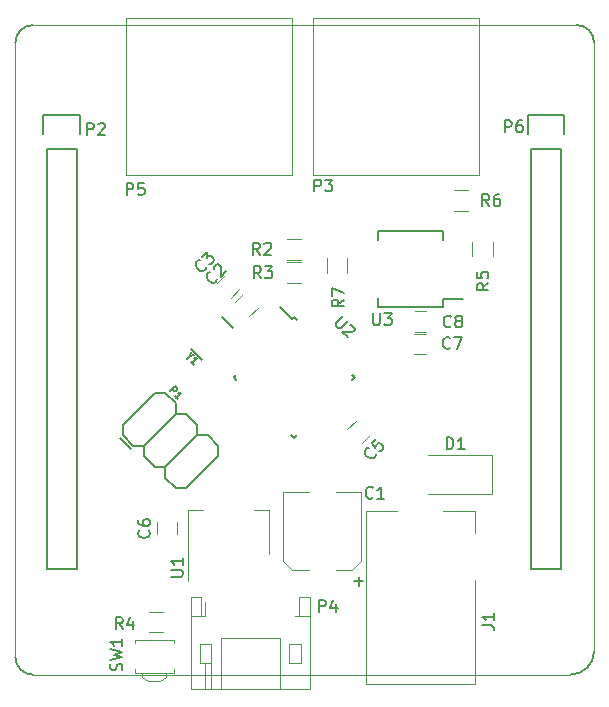
<source format=gto>
%TF.GenerationSoftware,KiCad,Pcbnew,5.1.5+dfsg1-2build2*%
%TF.CreationDate,2021-01-07T13:42:11+01:00*%
%TF.ProjectId,BasicAtmega328,42617369-6341-4746-9d65-67613332382e,rev?*%
%TF.SameCoordinates,Original*%
%TF.FileFunction,Legend,Top*%
%TF.FilePolarity,Positive*%
%FSLAX46Y46*%
G04 Gerber Fmt 4.6, Leading zero omitted, Abs format (unit mm)*
G04 Created by KiCad (PCBNEW 5.1.5+dfsg1-2build2) date 2021-01-07 13:42:11*
%MOMM*%
%LPD*%
G04 APERTURE LIST*
%ADD10C,0.127000*%
%ADD11C,0.100000*%
%ADD12C,0.120000*%
%ADD13C,0.203200*%
%ADD14C,0.150000*%
G04 APERTURE END LIST*
D10*
X86000000Y-110006900D02*
G75*
G02X84493100Y-108500000I0J1506900D01*
G01*
X133500000Y-108000000D02*
G75*
G02X131500000Y-110000000I-2000000J0D01*
G01*
X84500000Y-56500000D02*
G75*
G02X86000000Y-55000000I1500000J0D01*
G01*
X132000000Y-55000000D02*
G75*
G02X133500000Y-56500000I0J-1500000D01*
G01*
D11*
X133500000Y-56500000D02*
X133500000Y-108000000D01*
X86000000Y-55000000D02*
X132000000Y-55000000D01*
X84493100Y-108500000D02*
X84500000Y-56500000D01*
X131500000Y-110000000D02*
X86000000Y-110006900D01*
D12*
X101896800Y-111252000D02*
X101896800Y-106902000D01*
X101896800Y-106902000D02*
X106896800Y-106902000D01*
X106896800Y-106902000D02*
X106896800Y-111252000D01*
X100596800Y-105052000D02*
X100246800Y-105052000D01*
X100246800Y-105052000D02*
X100246800Y-103452000D01*
X100246800Y-103452000D02*
X99346800Y-103452000D01*
X99346800Y-103452000D02*
X99346800Y-111252000D01*
X99346800Y-111252000D02*
X109446800Y-111252000D01*
X109446800Y-111252000D02*
X109446800Y-103452000D01*
X109446800Y-103452000D02*
X108546800Y-103452000D01*
X108546800Y-103452000D02*
X108546800Y-105052000D01*
X108546800Y-105052000D02*
X108196800Y-105052000D01*
X99346800Y-105052000D02*
X100246800Y-105052000D01*
X109446800Y-105052000D02*
X108546800Y-105052000D01*
X100096800Y-107402000D02*
X100096800Y-109002000D01*
X100096800Y-109002000D02*
X101096800Y-109002000D01*
X101096800Y-109002000D02*
X101096800Y-107402000D01*
X101096800Y-107402000D02*
X100096800Y-107402000D01*
X108696800Y-107402000D02*
X108696800Y-109002000D01*
X108696800Y-109002000D02*
X107696800Y-109002000D01*
X107696800Y-109002000D02*
X107696800Y-107402000D01*
X107696800Y-107402000D02*
X108696800Y-107402000D01*
X101096800Y-109002000D02*
X101096800Y-111252000D01*
X100596800Y-109002000D02*
X100596800Y-111252000D01*
X100596800Y-105052000D02*
X100596800Y-103852000D01*
D13*
X102037616Y-79759629D02*
X102953603Y-80675615D01*
X100304427Y-83324791D02*
X99388441Y-82408805D01*
D12*
X107190000Y-100355400D02*
X107190000Y-94515400D01*
X107950000Y-101115400D02*
X107190000Y-100355400D01*
X113790000Y-100355400D02*
X113030000Y-101115400D01*
X113790000Y-94515400D02*
X113790000Y-100355400D01*
X107950000Y-101115400D02*
X109370000Y-101115400D01*
X113030000Y-101115400D02*
X111610000Y-101115400D01*
X113790000Y-94515400D02*
X111610000Y-94515400D01*
X107190000Y-94515400D02*
X109370000Y-94515400D01*
X103803613Y-77747306D02*
X103096506Y-78454413D01*
X104298587Y-79656494D02*
X105005694Y-78949387D01*
X102266913Y-76172506D02*
X101559806Y-76879613D01*
X102761887Y-78081694D02*
X103468994Y-77374587D01*
X113810887Y-90426094D02*
X114517994Y-89718987D01*
X113315913Y-88516906D02*
X112608806Y-89224013D01*
X96482800Y-97074100D02*
X96482800Y-98074100D01*
X98182800Y-98074100D02*
X98182800Y-97074100D01*
X119283100Y-81128500D02*
X118283100Y-81128500D01*
X118283100Y-82828500D02*
X119283100Y-82828500D01*
X118308500Y-80948900D02*
X119308500Y-80948900D01*
X119308500Y-79248900D02*
X118308500Y-79248900D01*
X124850100Y-94664800D02*
X124850100Y-91364800D01*
X124850100Y-91364800D02*
X119450100Y-91364800D01*
X124850100Y-94664800D02*
X119450100Y-94664800D01*
X123421200Y-102015300D02*
X123421200Y-110815300D01*
X123421200Y-110815300D02*
X114221200Y-110815300D01*
X120721200Y-96115300D02*
X123421200Y-96115300D01*
X123421200Y-96115300D02*
X123421200Y-98015300D01*
X114221200Y-110815300D02*
X114221200Y-96115300D01*
X114221200Y-96115300D02*
X116821200Y-96115300D01*
D13*
X93598162Y-88831987D02*
X93598162Y-89730013D01*
X94496187Y-90628038D02*
X95394213Y-90628038D01*
X95394213Y-90628038D02*
X95394213Y-91526064D01*
X96292238Y-92424090D02*
X97190264Y-92424090D01*
X97190264Y-92424090D02*
X97190264Y-93322115D01*
X98088290Y-94220141D02*
X98986315Y-94220141D01*
X93598162Y-88831987D02*
X96292238Y-86137910D01*
X96292238Y-86137910D02*
X97190264Y-86137910D01*
X97190264Y-86137910D02*
X98088290Y-87035936D01*
X98088290Y-87035936D02*
X98088290Y-87933962D01*
X98088290Y-87933962D02*
X98986315Y-87933962D01*
X98986315Y-87933962D02*
X99884341Y-88831987D01*
X99884341Y-88831987D02*
X99884341Y-89730013D01*
X99884341Y-89730013D02*
X100782366Y-89730013D01*
X100782366Y-89730013D02*
X101680392Y-90628038D01*
X101680392Y-90628038D02*
X101680392Y-91526064D01*
X98088290Y-87933962D02*
X95394213Y-90628038D01*
X99884341Y-89730013D02*
X97190264Y-92424090D01*
X101680392Y-91526064D02*
X98986315Y-94220141D01*
X97190264Y-93322115D02*
X98088290Y-94220141D01*
X95394213Y-91526064D02*
X96292238Y-92424090D01*
X93598162Y-89730013D02*
X94496187Y-90628038D01*
X94260904Y-90863321D02*
X93362879Y-89965296D01*
X93362879Y-89965296D02*
X94260904Y-90863321D01*
D14*
X86867400Y-62648500D02*
X89967400Y-62648500D01*
X86867400Y-64198500D02*
X86867400Y-62648500D01*
X89687400Y-65468500D02*
X87147400Y-65468500D01*
X89967400Y-62648500D02*
X89967400Y-64198500D01*
X89687400Y-101028500D02*
X89687400Y-65468500D01*
X87147400Y-101028500D02*
X89687400Y-101028500D01*
X87147400Y-65468500D02*
X87147400Y-101028500D01*
D12*
X123715800Y-54373000D02*
X123715800Y-67723000D01*
X123715800Y-67723000D02*
X109715800Y-67723000D01*
X109715800Y-67723000D02*
X109715800Y-54373000D01*
X109715800Y-54373000D02*
X123715800Y-54373000D01*
X93904300Y-54373000D02*
X107904300Y-54373000D01*
X93904300Y-67723000D02*
X93904300Y-54373000D01*
X107904300Y-67723000D02*
X93904300Y-67723000D01*
X107904300Y-54373000D02*
X107904300Y-67723000D01*
D14*
X128168400Y-65468500D02*
X128168400Y-101028500D01*
X128168400Y-101028500D02*
X130708400Y-101028500D01*
X130708400Y-101028500D02*
X130708400Y-65468500D01*
X130988400Y-62648500D02*
X130988400Y-64198500D01*
X130708400Y-65468500D02*
X128168400Y-65468500D01*
X127888400Y-64198500D02*
X127888400Y-62648500D01*
X127888400Y-62648500D02*
X130988400Y-62648500D01*
D12*
X108689700Y-74857500D02*
X107489700Y-74857500D01*
X107489700Y-73097500D02*
X108689700Y-73097500D01*
X107477000Y-75053300D02*
X108677000Y-75053300D01*
X108677000Y-76813300D02*
X107477000Y-76813300D01*
X95780300Y-104669700D02*
X96980300Y-104669700D01*
X96980300Y-106429700D02*
X95780300Y-106429700D01*
X123173600Y-74539400D02*
X123173600Y-73339400D01*
X124933600Y-73339400D02*
X124933600Y-74539400D01*
X122799400Y-70704600D02*
X121599400Y-70704600D01*
X121599400Y-68944600D02*
X122799400Y-68944600D01*
X110854600Y-75961800D02*
X110854600Y-74761800D01*
X112614600Y-74761800D02*
X112614600Y-75961800D01*
X96740600Y-110545300D02*
X97240600Y-110165300D01*
X97240600Y-110165300D02*
X97240600Y-109845300D01*
X96740600Y-110545300D02*
X95740600Y-110545300D01*
X95740600Y-110545300D02*
X95240600Y-110165300D01*
X95240600Y-110165300D02*
X95240600Y-109845300D01*
X97890600Y-107045300D02*
X94590600Y-107045300D01*
X97890600Y-107345300D02*
X97890600Y-107045300D01*
X94590600Y-107045300D02*
X94590600Y-107345300D01*
X97890600Y-109545300D02*
X97890600Y-109845300D01*
X97890600Y-109845300D02*
X94590600Y-109845300D01*
X94590600Y-109845300D02*
X94590600Y-109545300D01*
X105975200Y-96019700D02*
X104715200Y-96019700D01*
X99155200Y-96019700D02*
X100415200Y-96019700D01*
X105975200Y-99779700D02*
X105975200Y-96019700D01*
X99155200Y-102029700D02*
X99155200Y-96019700D01*
D14*
X108102400Y-79709476D02*
X107943301Y-79868575D01*
X113228924Y-84836000D02*
X112999114Y-85065810D01*
X108102400Y-89962524D02*
X108332210Y-89732714D01*
X102975876Y-84836000D02*
X103205686Y-84606190D01*
X108102400Y-79709476D02*
X108332210Y-79939286D01*
X102975876Y-84836000D02*
X103205686Y-85065810D01*
X108102400Y-89962524D02*
X107872590Y-89732714D01*
X113228924Y-84836000D02*
X112999114Y-84606190D01*
X107943301Y-79868575D02*
X106935674Y-78860948D01*
X120669500Y-78884300D02*
X120669500Y-78229300D01*
X115169500Y-78884300D02*
X115169500Y-78134300D01*
X115169500Y-72474300D02*
X115169500Y-73224300D01*
X120669500Y-72474300D02*
X120669500Y-73224300D01*
X120669500Y-78884300D02*
X115169500Y-78884300D01*
X120669500Y-72474300D02*
X115169500Y-72474300D01*
X120669500Y-78229300D02*
X122419500Y-78229300D01*
X110209104Y-104693980D02*
X110209104Y-103693980D01*
X110590057Y-103693980D01*
X110685295Y-103741600D01*
X110732914Y-103789219D01*
X110780533Y-103884457D01*
X110780533Y-104027314D01*
X110732914Y-104122552D01*
X110685295Y-104170171D01*
X110590057Y-104217790D01*
X110209104Y-104217790D01*
X111637676Y-104027314D02*
X111637676Y-104693980D01*
X111399580Y-103646361D02*
X111161485Y-104360647D01*
X111780533Y-104360647D01*
D10*
X99279651Y-83037422D02*
X99074388Y-83242685D01*
X99361756Y-82667949D02*
X99279651Y-83037422D01*
X99649124Y-82955317D01*
X99587545Y-83755843D02*
X99341230Y-83509527D01*
X99464387Y-83632685D02*
X99895440Y-83201633D01*
X99792808Y-83222159D01*
X99710703Y-83222159D01*
X99649124Y-83201633D01*
D14*
X114768333Y-94997542D02*
X114720714Y-95045161D01*
X114577857Y-95092780D01*
X114482619Y-95092780D01*
X114339761Y-95045161D01*
X114244523Y-94949923D01*
X114196904Y-94854685D01*
X114149285Y-94664209D01*
X114149285Y-94521352D01*
X114196904Y-94330876D01*
X114244523Y-94235638D01*
X114339761Y-94140400D01*
X114482619Y-94092780D01*
X114577857Y-94092780D01*
X114720714Y-94140400D01*
X114768333Y-94188019D01*
X115720714Y-95092780D02*
X115149285Y-95092780D01*
X115435000Y-95092780D02*
X115435000Y-94092780D01*
X115339761Y-94235638D01*
X115244523Y-94330876D01*
X115149285Y-94378495D01*
X113571428Y-102476352D02*
X113571428Y-101714447D01*
X113952380Y-102095400D02*
X113190476Y-102095400D01*
X101594987Y-76468789D02*
X101594987Y-76536132D01*
X101527643Y-76670819D01*
X101460300Y-76738163D01*
X101325612Y-76805506D01*
X101190925Y-76805506D01*
X101089910Y-76771835D01*
X100921551Y-76670819D01*
X100820536Y-76569804D01*
X100719521Y-76401445D01*
X100685849Y-76300430D01*
X100685849Y-76165743D01*
X100753193Y-76031056D01*
X100820536Y-75963712D01*
X100955223Y-75896369D01*
X101022567Y-75896369D01*
X101291941Y-75626995D02*
X101291941Y-75559651D01*
X101325612Y-75458636D01*
X101493971Y-75290277D01*
X101594987Y-75256606D01*
X101662330Y-75256606D01*
X101763345Y-75290277D01*
X101830689Y-75357621D01*
X101898032Y-75492308D01*
X101898032Y-76300430D01*
X102335765Y-75862697D01*
X100667888Y-75490889D02*
X100667888Y-75558232D01*
X100600544Y-75692919D01*
X100533201Y-75760263D01*
X100398513Y-75827606D01*
X100263826Y-75827606D01*
X100162811Y-75793935D01*
X99994452Y-75692919D01*
X99893437Y-75591904D01*
X99792422Y-75423545D01*
X99758750Y-75322530D01*
X99758750Y-75187843D01*
X99826094Y-75053156D01*
X99893437Y-74985812D01*
X100028124Y-74918469D01*
X100095468Y-74918469D01*
X100263826Y-74615423D02*
X100701559Y-74177690D01*
X100735231Y-74682767D01*
X100836246Y-74581751D01*
X100937262Y-74548080D01*
X101004605Y-74548080D01*
X101105620Y-74581751D01*
X101273979Y-74750110D01*
X101307651Y-74851125D01*
X101307651Y-74918469D01*
X101273979Y-75019484D01*
X101071949Y-75221515D01*
X100970933Y-75255187D01*
X100903590Y-75255187D01*
X114993488Y-91353189D02*
X114993488Y-91420532D01*
X114926144Y-91555219D01*
X114858801Y-91622563D01*
X114724113Y-91689906D01*
X114589426Y-91689906D01*
X114488411Y-91656235D01*
X114320052Y-91555219D01*
X114219037Y-91454204D01*
X114118022Y-91285845D01*
X114084350Y-91184830D01*
X114084350Y-91050143D01*
X114151694Y-90915456D01*
X114219037Y-90848112D01*
X114353724Y-90780769D01*
X114421068Y-90780769D01*
X114993488Y-90073662D02*
X114656770Y-90410380D01*
X114959816Y-90780769D01*
X114959816Y-90713425D01*
X114993488Y-90612410D01*
X115161846Y-90444051D01*
X115262862Y-90410380D01*
X115330205Y-90410380D01*
X115431220Y-90444051D01*
X115599579Y-90612410D01*
X115633251Y-90713425D01*
X115633251Y-90780769D01*
X115599579Y-90881784D01*
X115431220Y-91050143D01*
X115330205Y-91083815D01*
X115262862Y-91083815D01*
X95810342Y-97791566D02*
X95857961Y-97839185D01*
X95905580Y-97982042D01*
X95905580Y-98077280D01*
X95857961Y-98220138D01*
X95762723Y-98315376D01*
X95667485Y-98362995D01*
X95477009Y-98410614D01*
X95334152Y-98410614D01*
X95143676Y-98362995D01*
X95048438Y-98315376D01*
X94953200Y-98220138D01*
X94905580Y-98077280D01*
X94905580Y-97982042D01*
X94953200Y-97839185D01*
X95000819Y-97791566D01*
X94905580Y-96934423D02*
X94905580Y-97124900D01*
X94953200Y-97220138D01*
X95000819Y-97267757D01*
X95143676Y-97362995D01*
X95334152Y-97410614D01*
X95715104Y-97410614D01*
X95810342Y-97362995D01*
X95857961Y-97315376D01*
X95905580Y-97220138D01*
X95905580Y-97029661D01*
X95857961Y-96934423D01*
X95810342Y-96886804D01*
X95715104Y-96839185D01*
X95477009Y-96839185D01*
X95381771Y-96886804D01*
X95334152Y-96934423D01*
X95286533Y-97029661D01*
X95286533Y-97220138D01*
X95334152Y-97315376D01*
X95381771Y-97362995D01*
X95477009Y-97410614D01*
X121308833Y-82335642D02*
X121261214Y-82383261D01*
X121118357Y-82430880D01*
X121023119Y-82430880D01*
X120880261Y-82383261D01*
X120785023Y-82288023D01*
X120737404Y-82192785D01*
X120689785Y-82002309D01*
X120689785Y-81859452D01*
X120737404Y-81668976D01*
X120785023Y-81573738D01*
X120880261Y-81478500D01*
X121023119Y-81430880D01*
X121118357Y-81430880D01*
X121261214Y-81478500D01*
X121308833Y-81526119D01*
X121642166Y-81430880D02*
X122308833Y-81430880D01*
X121880261Y-82430880D01*
X121372333Y-80506842D02*
X121324714Y-80554461D01*
X121181857Y-80602080D01*
X121086619Y-80602080D01*
X120943761Y-80554461D01*
X120848523Y-80459223D01*
X120800904Y-80363985D01*
X120753285Y-80173509D01*
X120753285Y-80030652D01*
X120800904Y-79840176D01*
X120848523Y-79744938D01*
X120943761Y-79649700D01*
X121086619Y-79602080D01*
X121181857Y-79602080D01*
X121324714Y-79649700D01*
X121372333Y-79697319D01*
X121943761Y-80030652D02*
X121848523Y-79983033D01*
X121800904Y-79935414D01*
X121753285Y-79840176D01*
X121753285Y-79792557D01*
X121800904Y-79697319D01*
X121848523Y-79649700D01*
X121943761Y-79602080D01*
X122134238Y-79602080D01*
X122229476Y-79649700D01*
X122277095Y-79697319D01*
X122324714Y-79792557D01*
X122324714Y-79840176D01*
X122277095Y-79935414D01*
X122229476Y-79983033D01*
X122134238Y-80030652D01*
X121943761Y-80030652D01*
X121848523Y-80078271D01*
X121800904Y-80125890D01*
X121753285Y-80221128D01*
X121753285Y-80411604D01*
X121800904Y-80506842D01*
X121848523Y-80554461D01*
X121943761Y-80602080D01*
X122134238Y-80602080D01*
X122229476Y-80554461D01*
X122277095Y-80506842D01*
X122324714Y-80411604D01*
X122324714Y-80221128D01*
X122277095Y-80125890D01*
X122229476Y-80078271D01*
X122134238Y-80030652D01*
X121016804Y-90914480D02*
X121016804Y-89914480D01*
X121254900Y-89914480D01*
X121397757Y-89962100D01*
X121492995Y-90057338D01*
X121540614Y-90152576D01*
X121588233Y-90343052D01*
X121588233Y-90485909D01*
X121540614Y-90676385D01*
X121492995Y-90771623D01*
X121397757Y-90866861D01*
X121254900Y-90914480D01*
X121016804Y-90914480D01*
X122540614Y-90914480D02*
X121969185Y-90914480D01*
X122254900Y-90914480D02*
X122254900Y-89914480D01*
X122159661Y-90057338D01*
X122064423Y-90152576D01*
X121969185Y-90200195D01*
X124023580Y-105798633D02*
X124737866Y-105798633D01*
X124880723Y-105846252D01*
X124975961Y-105941490D01*
X125023580Y-106084347D01*
X125023580Y-106179585D01*
X125023580Y-104798633D02*
X125023580Y-105370061D01*
X125023580Y-105084347D02*
X124023580Y-105084347D01*
X124166438Y-105179585D01*
X124261676Y-105274823D01*
X124309295Y-105370061D01*
D10*
X97575132Y-86014752D02*
X98006184Y-85583699D01*
X98170395Y-85747910D01*
X98190921Y-85809489D01*
X98190921Y-85850541D01*
X98170395Y-85912120D01*
X98108816Y-85973699D01*
X98047237Y-85994225D01*
X98006184Y-85994225D01*
X97944605Y-85973699D01*
X97780395Y-85809489D01*
X98231974Y-86671593D02*
X97985658Y-86425278D01*
X98108816Y-86548435D02*
X98539868Y-86117383D01*
X98437237Y-86137910D01*
X98355131Y-86137910D01*
X98293552Y-86117383D01*
D14*
X90562204Y-64307980D02*
X90562204Y-63307980D01*
X90943157Y-63307980D01*
X91038395Y-63355600D01*
X91086014Y-63403219D01*
X91133633Y-63498457D01*
X91133633Y-63641314D01*
X91086014Y-63736552D01*
X91038395Y-63784171D01*
X90943157Y-63831790D01*
X90562204Y-63831790D01*
X91514585Y-63403219D02*
X91562204Y-63355600D01*
X91657442Y-63307980D01*
X91895538Y-63307980D01*
X91990776Y-63355600D01*
X92038395Y-63403219D01*
X92086014Y-63498457D01*
X92086014Y-63593695D01*
X92038395Y-63736552D01*
X91466966Y-64307980D01*
X92086014Y-64307980D01*
X109828104Y-69083180D02*
X109828104Y-68083180D01*
X110209057Y-68083180D01*
X110304295Y-68130800D01*
X110351914Y-68178419D01*
X110399533Y-68273657D01*
X110399533Y-68416514D01*
X110351914Y-68511752D01*
X110304295Y-68559371D01*
X110209057Y-68606990D01*
X109828104Y-68606990D01*
X110732866Y-68083180D02*
X111351914Y-68083180D01*
X111018580Y-68464133D01*
X111161438Y-68464133D01*
X111256676Y-68511752D01*
X111304295Y-68559371D01*
X111351914Y-68654609D01*
X111351914Y-68892704D01*
X111304295Y-68987942D01*
X111256676Y-69035561D01*
X111161438Y-69083180D01*
X110875723Y-69083180D01*
X110780485Y-69035561D01*
X110732866Y-68987942D01*
X93915004Y-69375280D02*
X93915004Y-68375280D01*
X94295957Y-68375280D01*
X94391195Y-68422900D01*
X94438814Y-68470519D01*
X94486433Y-68565757D01*
X94486433Y-68708614D01*
X94438814Y-68803852D01*
X94391195Y-68851471D01*
X94295957Y-68899090D01*
X93915004Y-68899090D01*
X95391195Y-68375280D02*
X94915004Y-68375280D01*
X94867385Y-68851471D01*
X94915004Y-68803852D01*
X95010242Y-68756233D01*
X95248338Y-68756233D01*
X95343576Y-68803852D01*
X95391195Y-68851471D01*
X95438814Y-68946709D01*
X95438814Y-69184804D01*
X95391195Y-69280042D01*
X95343576Y-69327661D01*
X95248338Y-69375280D01*
X95010242Y-69375280D01*
X94915004Y-69327661D01*
X94867385Y-69280042D01*
X125944404Y-64079380D02*
X125944404Y-63079380D01*
X126325357Y-63079380D01*
X126420595Y-63127000D01*
X126468214Y-63174619D01*
X126515833Y-63269857D01*
X126515833Y-63412714D01*
X126468214Y-63507952D01*
X126420595Y-63555571D01*
X126325357Y-63603190D01*
X125944404Y-63603190D01*
X127372976Y-63079380D02*
X127182500Y-63079380D01*
X127087261Y-63127000D01*
X127039642Y-63174619D01*
X126944404Y-63317476D01*
X126896785Y-63507952D01*
X126896785Y-63888904D01*
X126944404Y-63984142D01*
X126992023Y-64031761D01*
X127087261Y-64079380D01*
X127277738Y-64079380D01*
X127372976Y-64031761D01*
X127420595Y-63984142D01*
X127468214Y-63888904D01*
X127468214Y-63650809D01*
X127420595Y-63555571D01*
X127372976Y-63507952D01*
X127277738Y-63460333D01*
X127087261Y-63460333D01*
X126992023Y-63507952D01*
X126944404Y-63555571D01*
X126896785Y-63650809D01*
X105205233Y-74429880D02*
X104871900Y-73953690D01*
X104633804Y-74429880D02*
X104633804Y-73429880D01*
X105014757Y-73429880D01*
X105109995Y-73477500D01*
X105157614Y-73525119D01*
X105205233Y-73620357D01*
X105205233Y-73763214D01*
X105157614Y-73858452D01*
X105109995Y-73906071D01*
X105014757Y-73953690D01*
X104633804Y-73953690D01*
X105586185Y-73525119D02*
X105633804Y-73477500D01*
X105729042Y-73429880D01*
X105967138Y-73429880D01*
X106062376Y-73477500D01*
X106109995Y-73525119D01*
X106157614Y-73620357D01*
X106157614Y-73715595D01*
X106109995Y-73858452D01*
X105538566Y-74429880D01*
X106157614Y-74429880D01*
X105294133Y-76436480D02*
X104960800Y-75960290D01*
X104722704Y-76436480D02*
X104722704Y-75436480D01*
X105103657Y-75436480D01*
X105198895Y-75484100D01*
X105246514Y-75531719D01*
X105294133Y-75626957D01*
X105294133Y-75769814D01*
X105246514Y-75865052D01*
X105198895Y-75912671D01*
X105103657Y-75960290D01*
X104722704Y-75960290D01*
X105627466Y-75436480D02*
X106246514Y-75436480D01*
X105913180Y-75817433D01*
X106056038Y-75817433D01*
X106151276Y-75865052D01*
X106198895Y-75912671D01*
X106246514Y-76007909D01*
X106246514Y-76246004D01*
X106198895Y-76341242D01*
X106151276Y-76388861D01*
X106056038Y-76436480D01*
X105770323Y-76436480D01*
X105675085Y-76388861D01*
X105627466Y-76341242D01*
X93584733Y-106141780D02*
X93251400Y-105665590D01*
X93013304Y-106141780D02*
X93013304Y-105141780D01*
X93394257Y-105141780D01*
X93489495Y-105189400D01*
X93537114Y-105237019D01*
X93584733Y-105332257D01*
X93584733Y-105475114D01*
X93537114Y-105570352D01*
X93489495Y-105617971D01*
X93394257Y-105665590D01*
X93013304Y-105665590D01*
X94441876Y-105475114D02*
X94441876Y-106141780D01*
X94203780Y-105094161D02*
X93965685Y-105808447D01*
X94584733Y-105808447D01*
X124556780Y-76836566D02*
X124080590Y-77169900D01*
X124556780Y-77407995D02*
X123556780Y-77407995D01*
X123556780Y-77027042D01*
X123604400Y-76931804D01*
X123652019Y-76884185D01*
X123747257Y-76836566D01*
X123890114Y-76836566D01*
X123985352Y-76884185D01*
X124032971Y-76931804D01*
X124080590Y-77027042D01*
X124080590Y-77407995D01*
X123556780Y-75931804D02*
X123556780Y-76407995D01*
X124032971Y-76455614D01*
X123985352Y-76407995D01*
X123937733Y-76312757D01*
X123937733Y-76074661D01*
X123985352Y-75979423D01*
X124032971Y-75931804D01*
X124128209Y-75884185D01*
X124366304Y-75884185D01*
X124461542Y-75931804D01*
X124509161Y-75979423D01*
X124556780Y-76074661D01*
X124556780Y-76312757D01*
X124509161Y-76407995D01*
X124461542Y-76455614D01*
X124610833Y-70327780D02*
X124277500Y-69851590D01*
X124039404Y-70327780D02*
X124039404Y-69327780D01*
X124420357Y-69327780D01*
X124515595Y-69375400D01*
X124563214Y-69423019D01*
X124610833Y-69518257D01*
X124610833Y-69661114D01*
X124563214Y-69756352D01*
X124515595Y-69803971D01*
X124420357Y-69851590D01*
X124039404Y-69851590D01*
X125467976Y-69327780D02*
X125277500Y-69327780D01*
X125182261Y-69375400D01*
X125134642Y-69423019D01*
X125039404Y-69565876D01*
X124991785Y-69756352D01*
X124991785Y-70137304D01*
X125039404Y-70232542D01*
X125087023Y-70280161D01*
X125182261Y-70327780D01*
X125372738Y-70327780D01*
X125467976Y-70280161D01*
X125515595Y-70232542D01*
X125563214Y-70137304D01*
X125563214Y-69899209D01*
X125515595Y-69803971D01*
X125467976Y-69756352D01*
X125372738Y-69708733D01*
X125182261Y-69708733D01*
X125087023Y-69756352D01*
X125039404Y-69803971D01*
X124991785Y-69899209D01*
X112301280Y-78246266D02*
X111825090Y-78579600D01*
X112301280Y-78817695D02*
X111301280Y-78817695D01*
X111301280Y-78436742D01*
X111348900Y-78341504D01*
X111396519Y-78293885D01*
X111491757Y-78246266D01*
X111634614Y-78246266D01*
X111729852Y-78293885D01*
X111777471Y-78341504D01*
X111825090Y-78436742D01*
X111825090Y-78817695D01*
X111301280Y-77912933D02*
X111301280Y-77246266D01*
X112301280Y-77674838D01*
X93508461Y-109626233D02*
X93556080Y-109483376D01*
X93556080Y-109245280D01*
X93508461Y-109150042D01*
X93460842Y-109102423D01*
X93365604Y-109054804D01*
X93270366Y-109054804D01*
X93175128Y-109102423D01*
X93127509Y-109150042D01*
X93079890Y-109245280D01*
X93032271Y-109435757D01*
X92984652Y-109530995D01*
X92937033Y-109578614D01*
X92841795Y-109626233D01*
X92746557Y-109626233D01*
X92651319Y-109578614D01*
X92603700Y-109530995D01*
X92556080Y-109435757D01*
X92556080Y-109197661D01*
X92603700Y-109054804D01*
X92556080Y-108721471D02*
X93556080Y-108483376D01*
X92841795Y-108292900D01*
X93556080Y-108102423D01*
X92556080Y-107864328D01*
X93556080Y-106959566D02*
X93556080Y-107530995D01*
X93556080Y-107245280D02*
X92556080Y-107245280D01*
X92698938Y-107340519D01*
X92794176Y-107435757D01*
X92841795Y-107530995D01*
X97674180Y-101701504D02*
X98483704Y-101701504D01*
X98578942Y-101653885D01*
X98626561Y-101606266D01*
X98674180Y-101511028D01*
X98674180Y-101320552D01*
X98626561Y-101225314D01*
X98578942Y-101177695D01*
X98483704Y-101130076D01*
X97674180Y-101130076D01*
X98674180Y-100130076D02*
X98674180Y-100701504D01*
X98674180Y-100415790D02*
X97674180Y-100415790D01*
X97817038Y-100511028D01*
X97912276Y-100606266D01*
X97959895Y-100701504D01*
X112228873Y-79632030D02*
X111656453Y-80204450D01*
X111622781Y-80305465D01*
X111622781Y-80372809D01*
X111656453Y-80473824D01*
X111791140Y-80608511D01*
X111892155Y-80642183D01*
X111959499Y-80642183D01*
X112060514Y-80608511D01*
X112632934Y-80036091D01*
X112868636Y-80406481D02*
X112935979Y-80406481D01*
X113036995Y-80440152D01*
X113205353Y-80608511D01*
X113239025Y-80709526D01*
X113239025Y-80776870D01*
X113205353Y-80877885D01*
X113138010Y-80945229D01*
X113003323Y-81012572D01*
X112195201Y-81012572D01*
X112632934Y-81450305D01*
X114782695Y-79411580D02*
X114782695Y-80221104D01*
X114830314Y-80316342D01*
X114877933Y-80363961D01*
X114973171Y-80411580D01*
X115163647Y-80411580D01*
X115258885Y-80363961D01*
X115306504Y-80316342D01*
X115354123Y-80221104D01*
X115354123Y-79411580D01*
X115735076Y-79411580D02*
X116354123Y-79411580D01*
X116020790Y-79792533D01*
X116163647Y-79792533D01*
X116258885Y-79840152D01*
X116306504Y-79887771D01*
X116354123Y-79983009D01*
X116354123Y-80221104D01*
X116306504Y-80316342D01*
X116258885Y-80363961D01*
X116163647Y-80411580D01*
X115877933Y-80411580D01*
X115782695Y-80363961D01*
X115735076Y-80316342D01*
M02*

</source>
